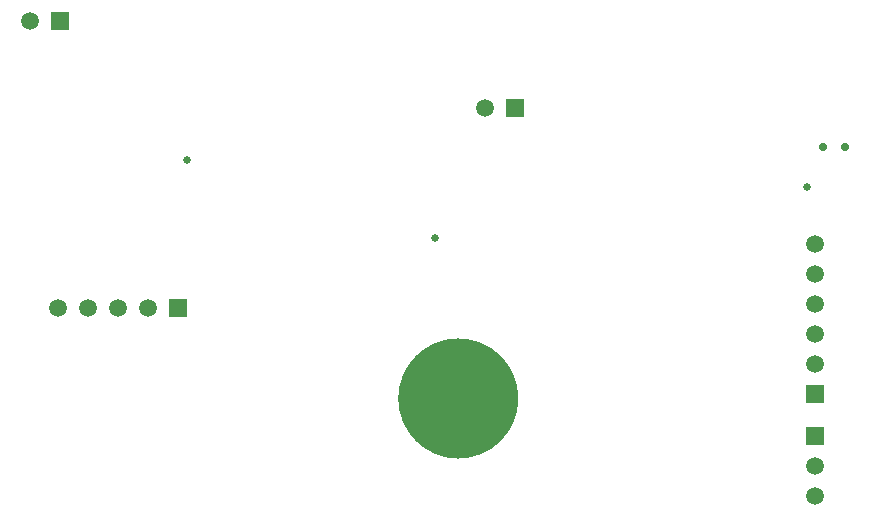
<source format=gbr>
%TF.GenerationSoftware,Altium Limited,Altium Designer,20.2.6 (244)*%
G04 Layer_Color=16711935*
%FSLAX45Y45*%
%MOMM*%
%TF.SameCoordinates,65E78103-6D03-462D-AAE3-041F84C347C7*%
%TF.FilePolarity,Negative*%
%TF.FileFunction,Soldermask,Bot*%
%TF.Part,Single*%
G01*
G75*
%TA.AperFunction,ComponentPad*%
%ADD80R,1.50000X1.50000*%
%ADD81C,1.50000*%
%ADD82C,0.70000*%
%ADD83R,1.50000X1.50000*%
%TA.AperFunction,ViaPad*%
%ADD84C,0.65000*%
%TA.AperFunction,NonConductor*%
%ADD86C,1.00000*%
G36*
X7121000Y5613000D02*
Y5709000D01*
X7043000Y5787000D01*
Y5848000D01*
X6954000Y5937000D01*
Y5947000D01*
X6933000D01*
X6828000Y6052000D01*
X6522000D01*
X6430000Y5960000D01*
X6348000D01*
Y5921000D01*
X6211000Y5784000D01*
Y5435000D01*
X6337000Y5309000D01*
Y5240000D01*
X6397000Y5180000D01*
X6641000D01*
X6679000Y5142000D01*
X6817000D01*
X6984000Y5309000D01*
X7001000D01*
Y5324000D01*
X7092000Y5415000D01*
X7121000Y5613000D01*
D02*
G37*
D80*
X7140000Y8060000D02*
D03*
X4288000Y6370000D02*
D03*
X3284000Y8800000D02*
D03*
D81*
X6886000Y8060000D02*
D03*
X3272000Y6370000D02*
D03*
X3526000D02*
D03*
X3780000D02*
D03*
X4034000D02*
D03*
X3030000Y8800000D02*
D03*
X9680000Y4776000D02*
D03*
Y5030000D02*
D03*
Y5894000D02*
D03*
Y6148000D02*
D03*
Y6402000D02*
D03*
Y6656000D02*
D03*
Y6910000D02*
D03*
D82*
X9750000Y7730000D02*
D03*
X9930000D02*
D03*
D83*
X9680000Y5284000D02*
D03*
Y5640000D02*
D03*
D84*
X4360000Y7620000D02*
D03*
X6460000Y6960000D02*
D03*
X9610000Y7390000D02*
D03*
D86*
X7118076Y5600000D02*
G03*
X7118076Y5600000I-458077J0D01*
G01*
%TF.MD5,53fd4371c73a042c65949f0b4f8ced25*%
M02*

</source>
